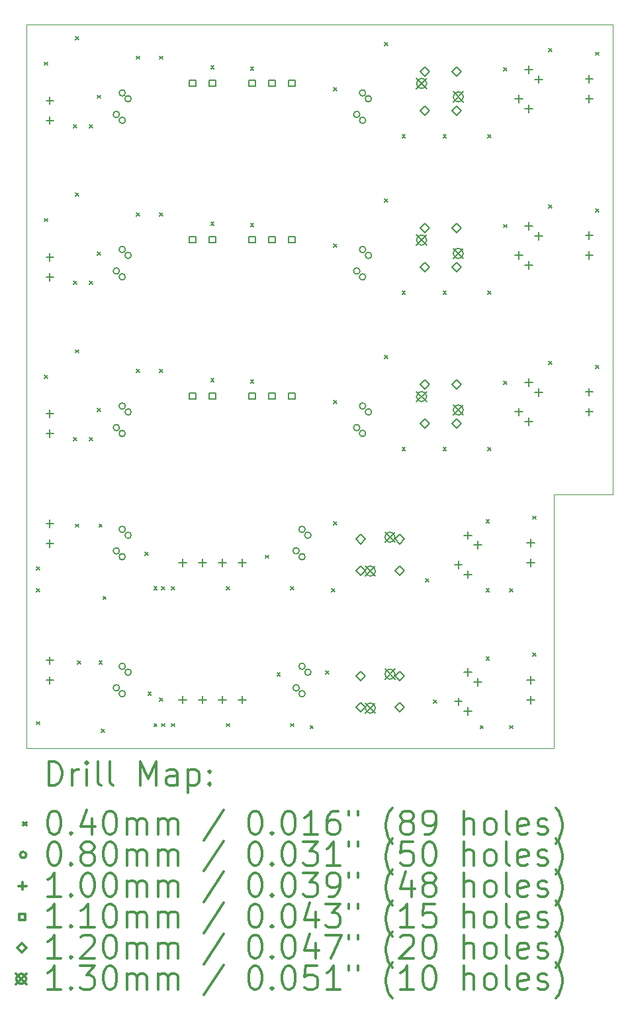
<source format=gbr>
%FSLAX45Y45*%
G04 Gerber Fmt 4.5, Leading zero omitted, Abs format (unit mm)*
G04 Created by KiCad (PCBNEW (5.1.4)-1) date 2021-09-05 23:40:44*
%MOMM*%
%LPD*%
G04 APERTURE LIST*
%ADD10C,0.050000*%
%ADD11C,0.200000*%
%ADD12C,0.300000*%
G04 APERTURE END LIST*
D10*
X15000000Y-5000000D02*
X7500000Y-5000000D01*
X15000000Y-11000000D02*
X15000000Y-5000000D01*
X14250000Y-11000000D02*
X15000000Y-11000000D01*
X14250000Y-14250000D02*
X14250000Y-11000000D01*
X7500000Y-14250000D02*
X14250000Y-14250000D01*
X7500000Y-5000000D02*
X7500000Y-14250000D01*
D11*
X7630000Y-11930000D02*
X7670000Y-11970000D01*
X7670000Y-11930000D02*
X7630000Y-11970000D01*
X7630000Y-12205000D02*
X7670000Y-12245000D01*
X7670000Y-12205000D02*
X7630000Y-12245000D01*
X7630000Y-13905000D02*
X7670000Y-13945000D01*
X7670000Y-13905000D02*
X7630000Y-13945000D01*
X7730000Y-5480000D02*
X7770000Y-5520000D01*
X7770000Y-5480000D02*
X7730000Y-5520000D01*
X7730000Y-7480000D02*
X7770000Y-7520000D01*
X7770000Y-7480000D02*
X7730000Y-7520000D01*
X7730000Y-9480000D02*
X7770000Y-9520000D01*
X7770000Y-9480000D02*
X7730000Y-9520000D01*
X8105000Y-6278750D02*
X8145000Y-6318750D01*
X8145000Y-6278750D02*
X8105000Y-6318750D01*
X8105000Y-8278750D02*
X8145000Y-8318750D01*
X8145000Y-8278750D02*
X8105000Y-8318750D01*
X8105000Y-10278750D02*
X8145000Y-10318750D01*
X8145000Y-10278750D02*
X8105000Y-10318750D01*
X8130000Y-5155000D02*
X8170000Y-5195000D01*
X8170000Y-5155000D02*
X8130000Y-5195000D01*
X8130000Y-7155000D02*
X8170000Y-7195000D01*
X8170000Y-7155000D02*
X8130000Y-7195000D01*
X8130000Y-9155000D02*
X8170000Y-9195000D01*
X8170000Y-9155000D02*
X8130000Y-9195000D01*
X8130000Y-11381250D02*
X8170000Y-11421250D01*
X8170000Y-11381250D02*
X8130000Y-11421250D01*
X8153750Y-13131250D02*
X8193750Y-13171250D01*
X8193750Y-13131250D02*
X8153750Y-13171250D01*
X8306250Y-6278750D02*
X8346250Y-6318750D01*
X8346250Y-6278750D02*
X8306250Y-6318750D01*
X8306250Y-8278750D02*
X8346250Y-8318750D01*
X8346250Y-8278750D02*
X8306250Y-8318750D01*
X8306250Y-10278750D02*
X8346250Y-10318750D01*
X8346250Y-10278750D02*
X8306250Y-10318750D01*
X8405000Y-5905000D02*
X8445000Y-5945000D01*
X8445000Y-5905000D02*
X8405000Y-5945000D01*
X8405000Y-7905000D02*
X8445000Y-7945000D01*
X8445000Y-7905000D02*
X8405000Y-7945000D01*
X8405000Y-9905000D02*
X8445000Y-9945000D01*
X8445000Y-9905000D02*
X8405000Y-9945000D01*
X8428750Y-11381250D02*
X8468750Y-11421250D01*
X8468750Y-11381250D02*
X8428750Y-11421250D01*
X8428750Y-13131250D02*
X8468750Y-13171250D01*
X8468750Y-13131250D02*
X8428750Y-13171250D01*
X8455000Y-14005000D02*
X8495000Y-14045000D01*
X8495000Y-14005000D02*
X8455000Y-14045000D01*
X8480000Y-12305000D02*
X8520000Y-12345000D01*
X8520000Y-12305000D02*
X8480000Y-12345000D01*
X8903750Y-5405000D02*
X8943750Y-5445000D01*
X8943750Y-5405000D02*
X8903750Y-5445000D01*
X8903750Y-7405000D02*
X8943750Y-7445000D01*
X8943750Y-7405000D02*
X8903750Y-7445000D01*
X8903750Y-9405000D02*
X8943750Y-9445000D01*
X8943750Y-9405000D02*
X8903750Y-9445000D01*
X9017500Y-11742500D02*
X9057500Y-11782500D01*
X9057500Y-11742500D02*
X9017500Y-11782500D01*
X9055000Y-13530000D02*
X9095000Y-13570000D01*
X9095000Y-13530000D02*
X9055000Y-13570000D01*
X9130000Y-12180000D02*
X9170000Y-12220000D01*
X9170000Y-12180000D02*
X9130000Y-12220000D01*
X9130000Y-13930000D02*
X9170000Y-13970000D01*
X9170000Y-13930000D02*
X9130000Y-13970000D01*
X9205000Y-5405000D02*
X9245000Y-5445000D01*
X9245000Y-5405000D02*
X9205000Y-5445000D01*
X9205000Y-7405000D02*
X9245000Y-7445000D01*
X9245000Y-7405000D02*
X9205000Y-7445000D01*
X9205000Y-9405000D02*
X9245000Y-9445000D01*
X9245000Y-9405000D02*
X9205000Y-9445000D01*
X9205000Y-13605000D02*
X9245000Y-13645000D01*
X9245000Y-13605000D02*
X9205000Y-13645000D01*
X9230000Y-12180000D02*
X9270000Y-12220000D01*
X9270000Y-12180000D02*
X9230000Y-12220000D01*
X9230000Y-13930000D02*
X9270000Y-13970000D01*
X9270000Y-13930000D02*
X9230000Y-13970000D01*
X9355000Y-12180000D02*
X9395000Y-12220000D01*
X9395000Y-12180000D02*
X9355000Y-12220000D01*
X9355000Y-13930000D02*
X9395000Y-13970000D01*
X9395000Y-13930000D02*
X9355000Y-13970000D01*
X9859000Y-5526000D02*
X9899000Y-5566000D01*
X9899000Y-5526000D02*
X9859000Y-5566000D01*
X9859000Y-7526000D02*
X9899000Y-7566000D01*
X9899000Y-7526000D02*
X9859000Y-7566000D01*
X9859000Y-9526000D02*
X9899000Y-9566000D01*
X9899000Y-9526000D02*
X9859000Y-9566000D01*
X10055000Y-12180000D02*
X10095000Y-12220000D01*
X10095000Y-12180000D02*
X10055000Y-12220000D01*
X10055000Y-13930000D02*
X10095000Y-13970000D01*
X10095000Y-13930000D02*
X10055000Y-13970000D01*
X10367000Y-5543000D02*
X10407000Y-5583000D01*
X10407000Y-5543000D02*
X10367000Y-5583000D01*
X10367000Y-7543000D02*
X10407000Y-7583000D01*
X10407000Y-7543000D02*
X10367000Y-7583000D01*
X10367000Y-9543000D02*
X10407000Y-9583000D01*
X10407000Y-9543000D02*
X10367000Y-9583000D01*
X10555000Y-11780000D02*
X10595000Y-11820000D01*
X10595000Y-11780000D02*
X10555000Y-11820000D01*
X10705000Y-13280000D02*
X10745000Y-13320000D01*
X10745000Y-13280000D02*
X10705000Y-13320000D01*
X10880000Y-12180000D02*
X10920000Y-12220000D01*
X10920000Y-12180000D02*
X10880000Y-12220000D01*
X10880000Y-13930000D02*
X10920000Y-13970000D01*
X10920000Y-13930000D02*
X10880000Y-13970000D01*
X11130000Y-13955000D02*
X11170000Y-13995000D01*
X11170000Y-13955000D02*
X11130000Y-13995000D01*
X11330000Y-13255000D02*
X11370000Y-13295000D01*
X11370000Y-13255000D02*
X11330000Y-13295000D01*
X11405000Y-12205000D02*
X11445000Y-12245000D01*
X11445000Y-12205000D02*
X11405000Y-12245000D01*
X11430000Y-5805000D02*
X11470000Y-5845000D01*
X11470000Y-5805000D02*
X11430000Y-5845000D01*
X11430000Y-7805000D02*
X11470000Y-7845000D01*
X11470000Y-7805000D02*
X11430000Y-7845000D01*
X11430000Y-9805000D02*
X11470000Y-9845000D01*
X11470000Y-9805000D02*
X11430000Y-9845000D01*
X11430000Y-11355000D02*
X11470000Y-11395000D01*
X11470000Y-11355000D02*
X11430000Y-11395000D01*
X12080000Y-5230000D02*
X12120000Y-5270000D01*
X12120000Y-5230000D02*
X12080000Y-5270000D01*
X12080000Y-7230000D02*
X12120000Y-7270000D01*
X12120000Y-7230000D02*
X12080000Y-7270000D01*
X12080000Y-9230000D02*
X12120000Y-9270000D01*
X12120000Y-9230000D02*
X12080000Y-9270000D01*
X12305000Y-6405000D02*
X12345000Y-6445000D01*
X12345000Y-6405000D02*
X12305000Y-6445000D01*
X12305000Y-8405000D02*
X12345000Y-8445000D01*
X12345000Y-8405000D02*
X12305000Y-8445000D01*
X12305000Y-10405000D02*
X12345000Y-10445000D01*
X12345000Y-10405000D02*
X12305000Y-10445000D01*
X12605000Y-12080000D02*
X12645000Y-12120000D01*
X12645000Y-12080000D02*
X12605000Y-12120000D01*
X12705000Y-13630000D02*
X12745000Y-13670000D01*
X12745000Y-13630000D02*
X12705000Y-13670000D01*
X12830000Y-6405000D02*
X12870000Y-6445000D01*
X12870000Y-6405000D02*
X12830000Y-6445000D01*
X12830000Y-8405000D02*
X12870000Y-8445000D01*
X12870000Y-8405000D02*
X12830000Y-8445000D01*
X12830000Y-10405000D02*
X12870000Y-10445000D01*
X12870000Y-10405000D02*
X12830000Y-10445000D01*
X13305000Y-13955000D02*
X13345000Y-13995000D01*
X13345000Y-13955000D02*
X13305000Y-13995000D01*
X13380000Y-11330000D02*
X13420000Y-11370000D01*
X13420000Y-11330000D02*
X13380000Y-11370000D01*
X13380000Y-12205000D02*
X13420000Y-12245000D01*
X13420000Y-12205000D02*
X13380000Y-12245000D01*
X13380000Y-13080000D02*
X13420000Y-13120000D01*
X13420000Y-13080000D02*
X13380000Y-13120000D01*
X13405000Y-6405000D02*
X13445000Y-6445000D01*
X13445000Y-6405000D02*
X13405000Y-6445000D01*
X13405000Y-8405000D02*
X13445000Y-8445000D01*
X13445000Y-8405000D02*
X13405000Y-8445000D01*
X13405000Y-10405000D02*
X13445000Y-10445000D01*
X13445000Y-10405000D02*
X13405000Y-10445000D01*
X13605000Y-5555000D02*
X13645000Y-5595000D01*
X13645000Y-5555000D02*
X13605000Y-5595000D01*
X13605000Y-7555000D02*
X13645000Y-7595000D01*
X13645000Y-7555000D02*
X13605000Y-7595000D01*
X13605000Y-9555000D02*
X13645000Y-9595000D01*
X13645000Y-9555000D02*
X13605000Y-9595000D01*
X13680000Y-12205000D02*
X13720000Y-12245000D01*
X13720000Y-12205000D02*
X13680000Y-12245000D01*
X13680000Y-13955000D02*
X13720000Y-13995000D01*
X13720000Y-13955000D02*
X13680000Y-13995000D01*
X13980000Y-11280000D02*
X14020000Y-11320000D01*
X14020000Y-11280000D02*
X13980000Y-11320000D01*
X13980000Y-13030000D02*
X14020000Y-13070000D01*
X14020000Y-13030000D02*
X13980000Y-13070000D01*
X14180000Y-5305000D02*
X14220000Y-5345000D01*
X14220000Y-5305000D02*
X14180000Y-5345000D01*
X14180000Y-7305000D02*
X14220000Y-7345000D01*
X14220000Y-7305000D02*
X14180000Y-7345000D01*
X14180000Y-9305000D02*
X14220000Y-9345000D01*
X14220000Y-9305000D02*
X14180000Y-9345000D01*
X14780000Y-5355000D02*
X14820000Y-5395000D01*
X14820000Y-5355000D02*
X14780000Y-5395000D01*
X14780000Y-7355000D02*
X14820000Y-7395000D01*
X14820000Y-7355000D02*
X14780000Y-7395000D01*
X14780000Y-9355000D02*
X14820000Y-9395000D01*
X14820000Y-9355000D02*
X14780000Y-9395000D01*
X10990000Y-11725000D02*
G75*
G03X10990000Y-11725000I-40000J0D01*
G01*
X11065000Y-11450000D02*
G75*
G03X11065000Y-11450000I-40000J0D01*
G01*
X11065000Y-11800000D02*
G75*
G03X11065000Y-11800000I-40000J0D01*
G01*
X11065000Y-11800000D02*
G75*
G03X11065000Y-11800000I-40000J0D01*
G01*
X11140000Y-11525000D02*
G75*
G03X11140000Y-11525000I-40000J0D01*
G01*
X8690000Y-6150000D02*
G75*
G03X8690000Y-6150000I-40000J0D01*
G01*
X8765000Y-5875000D02*
G75*
G03X8765000Y-5875000I-40000J0D01*
G01*
X8765000Y-5875000D02*
G75*
G03X8765000Y-5875000I-40000J0D01*
G01*
X8765000Y-6225000D02*
G75*
G03X8765000Y-6225000I-40000J0D01*
G01*
X8840000Y-5950000D02*
G75*
G03X8840000Y-5950000I-40000J0D01*
G01*
X10990000Y-13475000D02*
G75*
G03X10990000Y-13475000I-40000J0D01*
G01*
X11065000Y-13200000D02*
G75*
G03X11065000Y-13200000I-40000J0D01*
G01*
X11065000Y-13550000D02*
G75*
G03X11065000Y-13550000I-40000J0D01*
G01*
X11065000Y-13550000D02*
G75*
G03X11065000Y-13550000I-40000J0D01*
G01*
X11140000Y-13275000D02*
G75*
G03X11140000Y-13275000I-40000J0D01*
G01*
X8690000Y-13475000D02*
G75*
G03X8690000Y-13475000I-40000J0D01*
G01*
X8765000Y-13200000D02*
G75*
G03X8765000Y-13200000I-40000J0D01*
G01*
X8765000Y-13550000D02*
G75*
G03X8765000Y-13550000I-40000J0D01*
G01*
X8765000Y-13550000D02*
G75*
G03X8765000Y-13550000I-40000J0D01*
G01*
X8840000Y-13275000D02*
G75*
G03X8840000Y-13275000I-40000J0D01*
G01*
X8690000Y-8150000D02*
G75*
G03X8690000Y-8150000I-40000J0D01*
G01*
X8765000Y-7875000D02*
G75*
G03X8765000Y-7875000I-40000J0D01*
G01*
X8765000Y-7875000D02*
G75*
G03X8765000Y-7875000I-40000J0D01*
G01*
X8765000Y-8225000D02*
G75*
G03X8765000Y-8225000I-40000J0D01*
G01*
X8840000Y-7950000D02*
G75*
G03X8840000Y-7950000I-40000J0D01*
G01*
X11765000Y-10150000D02*
G75*
G03X11765000Y-10150000I-40000J0D01*
G01*
X11840000Y-9875000D02*
G75*
G03X11840000Y-9875000I-40000J0D01*
G01*
X11840000Y-9875000D02*
G75*
G03X11840000Y-9875000I-40000J0D01*
G01*
X11840000Y-10225000D02*
G75*
G03X11840000Y-10225000I-40000J0D01*
G01*
X11915000Y-9950000D02*
G75*
G03X11915000Y-9950000I-40000J0D01*
G01*
X8690000Y-11725000D02*
G75*
G03X8690000Y-11725000I-40000J0D01*
G01*
X8765000Y-11450000D02*
G75*
G03X8765000Y-11450000I-40000J0D01*
G01*
X8765000Y-11800000D02*
G75*
G03X8765000Y-11800000I-40000J0D01*
G01*
X8765000Y-11800000D02*
G75*
G03X8765000Y-11800000I-40000J0D01*
G01*
X8840000Y-11525000D02*
G75*
G03X8840000Y-11525000I-40000J0D01*
G01*
X11765000Y-6150000D02*
G75*
G03X11765000Y-6150000I-40000J0D01*
G01*
X11840000Y-5875000D02*
G75*
G03X11840000Y-5875000I-40000J0D01*
G01*
X11840000Y-5875000D02*
G75*
G03X11840000Y-5875000I-40000J0D01*
G01*
X11840000Y-6225000D02*
G75*
G03X11840000Y-6225000I-40000J0D01*
G01*
X11915000Y-5950000D02*
G75*
G03X11915000Y-5950000I-40000J0D01*
G01*
X11765000Y-8150000D02*
G75*
G03X11765000Y-8150000I-40000J0D01*
G01*
X11840000Y-7875000D02*
G75*
G03X11840000Y-7875000I-40000J0D01*
G01*
X11840000Y-7875000D02*
G75*
G03X11840000Y-7875000I-40000J0D01*
G01*
X11840000Y-8225000D02*
G75*
G03X11840000Y-8225000I-40000J0D01*
G01*
X11915000Y-7950000D02*
G75*
G03X11915000Y-7950000I-40000J0D01*
G01*
X8690000Y-10150000D02*
G75*
G03X8690000Y-10150000I-40000J0D01*
G01*
X8765000Y-9875000D02*
G75*
G03X8765000Y-9875000I-40000J0D01*
G01*
X8765000Y-9875000D02*
G75*
G03X8765000Y-9875000I-40000J0D01*
G01*
X8765000Y-10225000D02*
G75*
G03X8765000Y-10225000I-40000J0D01*
G01*
X8840000Y-9950000D02*
G75*
G03X8840000Y-9950000I-40000J0D01*
G01*
X9500000Y-13575000D02*
X9500000Y-13675000D01*
X9450000Y-13625000D02*
X9550000Y-13625000D01*
X9754000Y-13575000D02*
X9754000Y-13675000D01*
X9704000Y-13625000D02*
X9804000Y-13625000D01*
X10008000Y-13575000D02*
X10008000Y-13675000D01*
X9958000Y-13625000D02*
X10058000Y-13625000D01*
X10262000Y-13575000D02*
X10262000Y-13675000D01*
X10212000Y-13625000D02*
X10312000Y-13625000D01*
X13800000Y-5900000D02*
X13800000Y-6000000D01*
X13750000Y-5950000D02*
X13850000Y-5950000D01*
X13925000Y-5525000D02*
X13925000Y-5625000D01*
X13875000Y-5575000D02*
X13975000Y-5575000D01*
X13925000Y-6025000D02*
X13925000Y-6125000D01*
X13875000Y-6075000D02*
X13975000Y-6075000D01*
X14050000Y-5650000D02*
X14050000Y-5750000D01*
X14000000Y-5700000D02*
X14100000Y-5700000D01*
X14700000Y-7646000D02*
X14700000Y-7746000D01*
X14650000Y-7696000D02*
X14750000Y-7696000D01*
X14700000Y-7900000D02*
X14700000Y-8000000D01*
X14650000Y-7950000D02*
X14750000Y-7950000D01*
X13025000Y-11850000D02*
X13025000Y-11950000D01*
X12975000Y-11900000D02*
X13075000Y-11900000D01*
X13150000Y-11475000D02*
X13150000Y-11575000D01*
X13100000Y-11525000D02*
X13200000Y-11525000D01*
X13150000Y-11975000D02*
X13150000Y-12075000D01*
X13100000Y-12025000D02*
X13200000Y-12025000D01*
X13275000Y-11600000D02*
X13275000Y-11700000D01*
X13225000Y-11650000D02*
X13325000Y-11650000D01*
X13800000Y-9900000D02*
X13800000Y-10000000D01*
X13750000Y-9950000D02*
X13850000Y-9950000D01*
X13925000Y-9525000D02*
X13925000Y-9625000D01*
X13875000Y-9575000D02*
X13975000Y-9575000D01*
X13925000Y-10025000D02*
X13925000Y-10125000D01*
X13875000Y-10075000D02*
X13975000Y-10075000D01*
X14050000Y-9650000D02*
X14050000Y-9750000D01*
X14000000Y-9700000D02*
X14100000Y-9700000D01*
X13800000Y-7900000D02*
X13800000Y-8000000D01*
X13750000Y-7950000D02*
X13850000Y-7950000D01*
X13925000Y-7525000D02*
X13925000Y-7625000D01*
X13875000Y-7575000D02*
X13975000Y-7575000D01*
X13925000Y-8025000D02*
X13925000Y-8125000D01*
X13875000Y-8075000D02*
X13975000Y-8075000D01*
X14050000Y-7650000D02*
X14050000Y-7750000D01*
X14000000Y-7700000D02*
X14100000Y-7700000D01*
X9500000Y-11825000D02*
X9500000Y-11925000D01*
X9450000Y-11875000D02*
X9550000Y-11875000D01*
X9754000Y-11825000D02*
X9754000Y-11925000D01*
X9704000Y-11875000D02*
X9804000Y-11875000D01*
X10008000Y-11825000D02*
X10008000Y-11925000D01*
X9958000Y-11875000D02*
X10058000Y-11875000D01*
X10262000Y-11825000D02*
X10262000Y-11925000D01*
X10212000Y-11875000D02*
X10312000Y-11875000D01*
X13025000Y-13600000D02*
X13025000Y-13700000D01*
X12975000Y-13650000D02*
X13075000Y-13650000D01*
X13150000Y-13225000D02*
X13150000Y-13325000D01*
X13100000Y-13275000D02*
X13200000Y-13275000D01*
X13150000Y-13725000D02*
X13150000Y-13825000D01*
X13100000Y-13775000D02*
X13200000Y-13775000D01*
X13275000Y-13350000D02*
X13275000Y-13450000D01*
X13225000Y-13400000D02*
X13325000Y-13400000D01*
X13950000Y-13325000D02*
X13950000Y-13425000D01*
X13900000Y-13375000D02*
X14000000Y-13375000D01*
X13950000Y-13579000D02*
X13950000Y-13679000D01*
X13900000Y-13629000D02*
X14000000Y-13629000D01*
X7800000Y-13075000D02*
X7800000Y-13175000D01*
X7750000Y-13125000D02*
X7850000Y-13125000D01*
X7800000Y-13329000D02*
X7800000Y-13429000D01*
X7750000Y-13379000D02*
X7850000Y-13379000D01*
X7800000Y-11325000D02*
X7800000Y-11425000D01*
X7750000Y-11375000D02*
X7850000Y-11375000D01*
X7800000Y-11579000D02*
X7800000Y-11679000D01*
X7750000Y-11629000D02*
X7850000Y-11629000D01*
X7800000Y-5921000D02*
X7800000Y-6021000D01*
X7750000Y-5971000D02*
X7850000Y-5971000D01*
X7800000Y-6175000D02*
X7800000Y-6275000D01*
X7750000Y-6225000D02*
X7850000Y-6225000D01*
X13950000Y-11575000D02*
X13950000Y-11675000D01*
X13900000Y-11625000D02*
X14000000Y-11625000D01*
X13950000Y-11829000D02*
X13950000Y-11929000D01*
X13900000Y-11879000D02*
X14000000Y-11879000D01*
X7800000Y-9921000D02*
X7800000Y-10021000D01*
X7750000Y-9971000D02*
X7850000Y-9971000D01*
X7800000Y-10175000D02*
X7800000Y-10275000D01*
X7750000Y-10225000D02*
X7850000Y-10225000D01*
X14700000Y-9646000D02*
X14700000Y-9746000D01*
X14650000Y-9696000D02*
X14750000Y-9696000D01*
X14700000Y-9900000D02*
X14700000Y-10000000D01*
X14650000Y-9950000D02*
X14750000Y-9950000D01*
X14700000Y-5646000D02*
X14700000Y-5746000D01*
X14650000Y-5696000D02*
X14750000Y-5696000D01*
X14700000Y-5900000D02*
X14700000Y-6000000D01*
X14650000Y-5950000D02*
X14750000Y-5950000D01*
X7800000Y-7921000D02*
X7800000Y-8021000D01*
X7750000Y-7971000D02*
X7850000Y-7971000D01*
X7800000Y-8175000D02*
X7800000Y-8275000D01*
X7750000Y-8225000D02*
X7850000Y-8225000D01*
X9663891Y-7788891D02*
X9663891Y-7711109D01*
X9586109Y-7711109D01*
X9586109Y-7788891D01*
X9663891Y-7788891D01*
X9917891Y-7788891D02*
X9917891Y-7711109D01*
X9840109Y-7711109D01*
X9840109Y-7788891D01*
X9917891Y-7788891D01*
X10425891Y-7788891D02*
X10425891Y-7711109D01*
X10348109Y-7711109D01*
X10348109Y-7788891D01*
X10425891Y-7788891D01*
X10679891Y-7788891D02*
X10679891Y-7711109D01*
X10602109Y-7711109D01*
X10602109Y-7788891D01*
X10679891Y-7788891D01*
X10933891Y-7788891D02*
X10933891Y-7711109D01*
X10856109Y-7711109D01*
X10856109Y-7788891D01*
X10933891Y-7788891D01*
X9663891Y-5788891D02*
X9663891Y-5711109D01*
X9586109Y-5711109D01*
X9586109Y-5788891D01*
X9663891Y-5788891D01*
X9917891Y-5788891D02*
X9917891Y-5711109D01*
X9840109Y-5711109D01*
X9840109Y-5788891D01*
X9917891Y-5788891D01*
X10425891Y-5788891D02*
X10425891Y-5711109D01*
X10348109Y-5711109D01*
X10348109Y-5788891D01*
X10425891Y-5788891D01*
X10679891Y-5788891D02*
X10679891Y-5711109D01*
X10602109Y-5711109D01*
X10602109Y-5788891D01*
X10679891Y-5788891D01*
X10933891Y-5788891D02*
X10933891Y-5711109D01*
X10856109Y-5711109D01*
X10856109Y-5788891D01*
X10933891Y-5788891D01*
X9663891Y-9788891D02*
X9663891Y-9711109D01*
X9586109Y-9711109D01*
X9586109Y-9788891D01*
X9663891Y-9788891D01*
X9917891Y-9788891D02*
X9917891Y-9711109D01*
X9840109Y-9711109D01*
X9840109Y-9788891D01*
X9917891Y-9788891D01*
X10425891Y-9788891D02*
X10425891Y-9711109D01*
X10348109Y-9711109D01*
X10348109Y-9788891D01*
X10425891Y-9788891D01*
X10679891Y-9788891D02*
X10679891Y-9711109D01*
X10602109Y-9711109D01*
X10602109Y-9788891D01*
X10679891Y-9788891D01*
X10933891Y-9788891D02*
X10933891Y-9711109D01*
X10856109Y-9711109D01*
X10856109Y-9788891D01*
X10933891Y-9788891D01*
X11775000Y-13385000D02*
X11835000Y-13325000D01*
X11775000Y-13265000D01*
X11715000Y-13325000D01*
X11775000Y-13385000D01*
X11775000Y-13785000D02*
X11835000Y-13725000D01*
X11775000Y-13665000D01*
X11715000Y-13725000D01*
X11775000Y-13785000D01*
X12275000Y-13385000D02*
X12335000Y-13325000D01*
X12275000Y-13265000D01*
X12215000Y-13325000D01*
X12275000Y-13385000D01*
X12275000Y-13785000D02*
X12335000Y-13725000D01*
X12275000Y-13665000D01*
X12215000Y-13725000D01*
X12275000Y-13785000D01*
X12600000Y-5660000D02*
X12660000Y-5600000D01*
X12600000Y-5540000D01*
X12540000Y-5600000D01*
X12600000Y-5660000D01*
X12600000Y-6160000D02*
X12660000Y-6100000D01*
X12600000Y-6040000D01*
X12540000Y-6100000D01*
X12600000Y-6160000D01*
X13000000Y-5660000D02*
X13060000Y-5600000D01*
X13000000Y-5540000D01*
X12940000Y-5600000D01*
X13000000Y-5660000D01*
X13000000Y-6160000D02*
X13060000Y-6100000D01*
X13000000Y-6040000D01*
X12940000Y-6100000D01*
X13000000Y-6160000D01*
X11775000Y-11635000D02*
X11835000Y-11575000D01*
X11775000Y-11515000D01*
X11715000Y-11575000D01*
X11775000Y-11635000D01*
X11775000Y-12035000D02*
X11835000Y-11975000D01*
X11775000Y-11915000D01*
X11715000Y-11975000D01*
X11775000Y-12035000D01*
X12275000Y-11635000D02*
X12335000Y-11575000D01*
X12275000Y-11515000D01*
X12215000Y-11575000D01*
X12275000Y-11635000D01*
X12275000Y-12035000D02*
X12335000Y-11975000D01*
X12275000Y-11915000D01*
X12215000Y-11975000D01*
X12275000Y-12035000D01*
X12600000Y-9660000D02*
X12660000Y-9600000D01*
X12600000Y-9540000D01*
X12540000Y-9600000D01*
X12600000Y-9660000D01*
X12600000Y-10160000D02*
X12660000Y-10100000D01*
X12600000Y-10040000D01*
X12540000Y-10100000D01*
X12600000Y-10160000D01*
X13000000Y-9660000D02*
X13060000Y-9600000D01*
X13000000Y-9540000D01*
X12940000Y-9600000D01*
X13000000Y-9660000D01*
X13000000Y-10160000D02*
X13060000Y-10100000D01*
X13000000Y-10040000D01*
X12940000Y-10100000D01*
X13000000Y-10160000D01*
X12600000Y-7660000D02*
X12660000Y-7600000D01*
X12600000Y-7540000D01*
X12540000Y-7600000D01*
X12600000Y-7660000D01*
X12600000Y-8160000D02*
X12660000Y-8100000D01*
X12600000Y-8040000D01*
X12540000Y-8100000D01*
X12600000Y-8160000D01*
X13000000Y-7660000D02*
X13060000Y-7600000D01*
X13000000Y-7540000D01*
X12940000Y-7600000D01*
X13000000Y-7660000D01*
X13000000Y-8160000D02*
X13060000Y-8100000D01*
X13000000Y-8040000D01*
X12940000Y-8100000D01*
X13000000Y-8160000D01*
X11835000Y-11918013D02*
X11965000Y-12048013D01*
X11965000Y-11918013D02*
X11835000Y-12048013D01*
X11965000Y-11983013D02*
G75*
G03X11965000Y-11983013I-65000J0D01*
G01*
X12085000Y-11485000D02*
X12215000Y-11615000D01*
X12215000Y-11485000D02*
X12085000Y-11615000D01*
X12215000Y-11550000D02*
G75*
G03X12215000Y-11550000I-65000J0D01*
G01*
X12490154Y-5688990D02*
X12620154Y-5818990D01*
X12620154Y-5688990D02*
X12490154Y-5818990D01*
X12620154Y-5753990D02*
G75*
G03X12620154Y-5753990I-65000J0D01*
G01*
X12960000Y-5860000D02*
X13090000Y-5990000D01*
X13090000Y-5860000D02*
X12960000Y-5990000D01*
X13090000Y-5925000D02*
G75*
G03X13090000Y-5925000I-65000J0D01*
G01*
X11835000Y-13668013D02*
X11965000Y-13798013D01*
X11965000Y-13668013D02*
X11835000Y-13798013D01*
X11965000Y-13733013D02*
G75*
G03X11965000Y-13733013I-65000J0D01*
G01*
X12085000Y-13235000D02*
X12215000Y-13365000D01*
X12215000Y-13235000D02*
X12085000Y-13365000D01*
X12215000Y-13300000D02*
G75*
G03X12215000Y-13300000I-65000J0D01*
G01*
X12490154Y-7688990D02*
X12620154Y-7818990D01*
X12620154Y-7688990D02*
X12490154Y-7818990D01*
X12620154Y-7753990D02*
G75*
G03X12620154Y-7753990I-65000J0D01*
G01*
X12960000Y-7860000D02*
X13090000Y-7990000D01*
X13090000Y-7860000D02*
X12960000Y-7990000D01*
X13090000Y-7925000D02*
G75*
G03X13090000Y-7925000I-65000J0D01*
G01*
X12490154Y-9688990D02*
X12620154Y-9818990D01*
X12620154Y-9688990D02*
X12490154Y-9818990D01*
X12620154Y-9753990D02*
G75*
G03X12620154Y-9753990I-65000J0D01*
G01*
X12960000Y-9860000D02*
X13090000Y-9990000D01*
X13090000Y-9860000D02*
X12960000Y-9990000D01*
X13090000Y-9925000D02*
G75*
G03X13090000Y-9925000I-65000J0D01*
G01*
D12*
X7783928Y-14718214D02*
X7783928Y-14418214D01*
X7855357Y-14418214D01*
X7898214Y-14432500D01*
X7926786Y-14461071D01*
X7941071Y-14489643D01*
X7955357Y-14546786D01*
X7955357Y-14589643D01*
X7941071Y-14646786D01*
X7926786Y-14675357D01*
X7898214Y-14703929D01*
X7855357Y-14718214D01*
X7783928Y-14718214D01*
X8083928Y-14718214D02*
X8083928Y-14518214D01*
X8083928Y-14575357D02*
X8098214Y-14546786D01*
X8112500Y-14532500D01*
X8141071Y-14518214D01*
X8169643Y-14518214D01*
X8269643Y-14718214D02*
X8269643Y-14518214D01*
X8269643Y-14418214D02*
X8255357Y-14432500D01*
X8269643Y-14446786D01*
X8283928Y-14432500D01*
X8269643Y-14418214D01*
X8269643Y-14446786D01*
X8455357Y-14718214D02*
X8426786Y-14703929D01*
X8412500Y-14675357D01*
X8412500Y-14418214D01*
X8612500Y-14718214D02*
X8583928Y-14703929D01*
X8569643Y-14675357D01*
X8569643Y-14418214D01*
X8955357Y-14718214D02*
X8955357Y-14418214D01*
X9055357Y-14632500D01*
X9155357Y-14418214D01*
X9155357Y-14718214D01*
X9426786Y-14718214D02*
X9426786Y-14561071D01*
X9412500Y-14532500D01*
X9383928Y-14518214D01*
X9326786Y-14518214D01*
X9298214Y-14532500D01*
X9426786Y-14703929D02*
X9398214Y-14718214D01*
X9326786Y-14718214D01*
X9298214Y-14703929D01*
X9283928Y-14675357D01*
X9283928Y-14646786D01*
X9298214Y-14618214D01*
X9326786Y-14603929D01*
X9398214Y-14603929D01*
X9426786Y-14589643D01*
X9569643Y-14518214D02*
X9569643Y-14818214D01*
X9569643Y-14532500D02*
X9598214Y-14518214D01*
X9655357Y-14518214D01*
X9683928Y-14532500D01*
X9698214Y-14546786D01*
X9712500Y-14575357D01*
X9712500Y-14661071D01*
X9698214Y-14689643D01*
X9683928Y-14703929D01*
X9655357Y-14718214D01*
X9598214Y-14718214D01*
X9569643Y-14703929D01*
X9841071Y-14689643D02*
X9855357Y-14703929D01*
X9841071Y-14718214D01*
X9826786Y-14703929D01*
X9841071Y-14689643D01*
X9841071Y-14718214D01*
X9841071Y-14532500D02*
X9855357Y-14546786D01*
X9841071Y-14561071D01*
X9826786Y-14546786D01*
X9841071Y-14532500D01*
X9841071Y-14561071D01*
X7457500Y-15192500D02*
X7497500Y-15232500D01*
X7497500Y-15192500D02*
X7457500Y-15232500D01*
X7841071Y-15048214D02*
X7869643Y-15048214D01*
X7898214Y-15062500D01*
X7912500Y-15076786D01*
X7926786Y-15105357D01*
X7941071Y-15162500D01*
X7941071Y-15233929D01*
X7926786Y-15291071D01*
X7912500Y-15319643D01*
X7898214Y-15333929D01*
X7869643Y-15348214D01*
X7841071Y-15348214D01*
X7812500Y-15333929D01*
X7798214Y-15319643D01*
X7783928Y-15291071D01*
X7769643Y-15233929D01*
X7769643Y-15162500D01*
X7783928Y-15105357D01*
X7798214Y-15076786D01*
X7812500Y-15062500D01*
X7841071Y-15048214D01*
X8069643Y-15319643D02*
X8083928Y-15333929D01*
X8069643Y-15348214D01*
X8055357Y-15333929D01*
X8069643Y-15319643D01*
X8069643Y-15348214D01*
X8341071Y-15148214D02*
X8341071Y-15348214D01*
X8269643Y-15033929D02*
X8198214Y-15248214D01*
X8383928Y-15248214D01*
X8555357Y-15048214D02*
X8583928Y-15048214D01*
X8612500Y-15062500D01*
X8626786Y-15076786D01*
X8641071Y-15105357D01*
X8655357Y-15162500D01*
X8655357Y-15233929D01*
X8641071Y-15291071D01*
X8626786Y-15319643D01*
X8612500Y-15333929D01*
X8583928Y-15348214D01*
X8555357Y-15348214D01*
X8526786Y-15333929D01*
X8512500Y-15319643D01*
X8498214Y-15291071D01*
X8483928Y-15233929D01*
X8483928Y-15162500D01*
X8498214Y-15105357D01*
X8512500Y-15076786D01*
X8526786Y-15062500D01*
X8555357Y-15048214D01*
X8783928Y-15348214D02*
X8783928Y-15148214D01*
X8783928Y-15176786D02*
X8798214Y-15162500D01*
X8826786Y-15148214D01*
X8869643Y-15148214D01*
X8898214Y-15162500D01*
X8912500Y-15191071D01*
X8912500Y-15348214D01*
X8912500Y-15191071D02*
X8926786Y-15162500D01*
X8955357Y-15148214D01*
X8998214Y-15148214D01*
X9026786Y-15162500D01*
X9041071Y-15191071D01*
X9041071Y-15348214D01*
X9183928Y-15348214D02*
X9183928Y-15148214D01*
X9183928Y-15176786D02*
X9198214Y-15162500D01*
X9226786Y-15148214D01*
X9269643Y-15148214D01*
X9298214Y-15162500D01*
X9312500Y-15191071D01*
X9312500Y-15348214D01*
X9312500Y-15191071D02*
X9326786Y-15162500D01*
X9355357Y-15148214D01*
X9398214Y-15148214D01*
X9426786Y-15162500D01*
X9441071Y-15191071D01*
X9441071Y-15348214D01*
X10026786Y-15033929D02*
X9769643Y-15419643D01*
X10412500Y-15048214D02*
X10441071Y-15048214D01*
X10469643Y-15062500D01*
X10483928Y-15076786D01*
X10498214Y-15105357D01*
X10512500Y-15162500D01*
X10512500Y-15233929D01*
X10498214Y-15291071D01*
X10483928Y-15319643D01*
X10469643Y-15333929D01*
X10441071Y-15348214D01*
X10412500Y-15348214D01*
X10383928Y-15333929D01*
X10369643Y-15319643D01*
X10355357Y-15291071D01*
X10341071Y-15233929D01*
X10341071Y-15162500D01*
X10355357Y-15105357D01*
X10369643Y-15076786D01*
X10383928Y-15062500D01*
X10412500Y-15048214D01*
X10641071Y-15319643D02*
X10655357Y-15333929D01*
X10641071Y-15348214D01*
X10626786Y-15333929D01*
X10641071Y-15319643D01*
X10641071Y-15348214D01*
X10841071Y-15048214D02*
X10869643Y-15048214D01*
X10898214Y-15062500D01*
X10912500Y-15076786D01*
X10926786Y-15105357D01*
X10941071Y-15162500D01*
X10941071Y-15233929D01*
X10926786Y-15291071D01*
X10912500Y-15319643D01*
X10898214Y-15333929D01*
X10869643Y-15348214D01*
X10841071Y-15348214D01*
X10812500Y-15333929D01*
X10798214Y-15319643D01*
X10783928Y-15291071D01*
X10769643Y-15233929D01*
X10769643Y-15162500D01*
X10783928Y-15105357D01*
X10798214Y-15076786D01*
X10812500Y-15062500D01*
X10841071Y-15048214D01*
X11226786Y-15348214D02*
X11055357Y-15348214D01*
X11141071Y-15348214D02*
X11141071Y-15048214D01*
X11112500Y-15091071D01*
X11083928Y-15119643D01*
X11055357Y-15133929D01*
X11483928Y-15048214D02*
X11426786Y-15048214D01*
X11398214Y-15062500D01*
X11383928Y-15076786D01*
X11355357Y-15119643D01*
X11341071Y-15176786D01*
X11341071Y-15291071D01*
X11355357Y-15319643D01*
X11369643Y-15333929D01*
X11398214Y-15348214D01*
X11455357Y-15348214D01*
X11483928Y-15333929D01*
X11498214Y-15319643D01*
X11512500Y-15291071D01*
X11512500Y-15219643D01*
X11498214Y-15191071D01*
X11483928Y-15176786D01*
X11455357Y-15162500D01*
X11398214Y-15162500D01*
X11369643Y-15176786D01*
X11355357Y-15191071D01*
X11341071Y-15219643D01*
X11626786Y-15048214D02*
X11626786Y-15105357D01*
X11741071Y-15048214D02*
X11741071Y-15105357D01*
X12183928Y-15462500D02*
X12169643Y-15448214D01*
X12141071Y-15405357D01*
X12126786Y-15376786D01*
X12112500Y-15333929D01*
X12098214Y-15262500D01*
X12098214Y-15205357D01*
X12112500Y-15133929D01*
X12126786Y-15091071D01*
X12141071Y-15062500D01*
X12169643Y-15019643D01*
X12183928Y-15005357D01*
X12341071Y-15176786D02*
X12312500Y-15162500D01*
X12298214Y-15148214D01*
X12283928Y-15119643D01*
X12283928Y-15105357D01*
X12298214Y-15076786D01*
X12312500Y-15062500D01*
X12341071Y-15048214D01*
X12398214Y-15048214D01*
X12426786Y-15062500D01*
X12441071Y-15076786D01*
X12455357Y-15105357D01*
X12455357Y-15119643D01*
X12441071Y-15148214D01*
X12426786Y-15162500D01*
X12398214Y-15176786D01*
X12341071Y-15176786D01*
X12312500Y-15191071D01*
X12298214Y-15205357D01*
X12283928Y-15233929D01*
X12283928Y-15291071D01*
X12298214Y-15319643D01*
X12312500Y-15333929D01*
X12341071Y-15348214D01*
X12398214Y-15348214D01*
X12426786Y-15333929D01*
X12441071Y-15319643D01*
X12455357Y-15291071D01*
X12455357Y-15233929D01*
X12441071Y-15205357D01*
X12426786Y-15191071D01*
X12398214Y-15176786D01*
X12598214Y-15348214D02*
X12655357Y-15348214D01*
X12683928Y-15333929D01*
X12698214Y-15319643D01*
X12726786Y-15276786D01*
X12741071Y-15219643D01*
X12741071Y-15105357D01*
X12726786Y-15076786D01*
X12712500Y-15062500D01*
X12683928Y-15048214D01*
X12626786Y-15048214D01*
X12598214Y-15062500D01*
X12583928Y-15076786D01*
X12569643Y-15105357D01*
X12569643Y-15176786D01*
X12583928Y-15205357D01*
X12598214Y-15219643D01*
X12626786Y-15233929D01*
X12683928Y-15233929D01*
X12712500Y-15219643D01*
X12726786Y-15205357D01*
X12741071Y-15176786D01*
X13098214Y-15348214D02*
X13098214Y-15048214D01*
X13226786Y-15348214D02*
X13226786Y-15191071D01*
X13212500Y-15162500D01*
X13183928Y-15148214D01*
X13141071Y-15148214D01*
X13112500Y-15162500D01*
X13098214Y-15176786D01*
X13412500Y-15348214D02*
X13383928Y-15333929D01*
X13369643Y-15319643D01*
X13355357Y-15291071D01*
X13355357Y-15205357D01*
X13369643Y-15176786D01*
X13383928Y-15162500D01*
X13412500Y-15148214D01*
X13455357Y-15148214D01*
X13483928Y-15162500D01*
X13498214Y-15176786D01*
X13512500Y-15205357D01*
X13512500Y-15291071D01*
X13498214Y-15319643D01*
X13483928Y-15333929D01*
X13455357Y-15348214D01*
X13412500Y-15348214D01*
X13683928Y-15348214D02*
X13655357Y-15333929D01*
X13641071Y-15305357D01*
X13641071Y-15048214D01*
X13912500Y-15333929D02*
X13883928Y-15348214D01*
X13826786Y-15348214D01*
X13798214Y-15333929D01*
X13783928Y-15305357D01*
X13783928Y-15191071D01*
X13798214Y-15162500D01*
X13826786Y-15148214D01*
X13883928Y-15148214D01*
X13912500Y-15162500D01*
X13926786Y-15191071D01*
X13926786Y-15219643D01*
X13783928Y-15248214D01*
X14041071Y-15333929D02*
X14069643Y-15348214D01*
X14126786Y-15348214D01*
X14155357Y-15333929D01*
X14169643Y-15305357D01*
X14169643Y-15291071D01*
X14155357Y-15262500D01*
X14126786Y-15248214D01*
X14083928Y-15248214D01*
X14055357Y-15233929D01*
X14041071Y-15205357D01*
X14041071Y-15191071D01*
X14055357Y-15162500D01*
X14083928Y-15148214D01*
X14126786Y-15148214D01*
X14155357Y-15162500D01*
X14269643Y-15462500D02*
X14283928Y-15448214D01*
X14312500Y-15405357D01*
X14326786Y-15376786D01*
X14341071Y-15333929D01*
X14355357Y-15262500D01*
X14355357Y-15205357D01*
X14341071Y-15133929D01*
X14326786Y-15091071D01*
X14312500Y-15062500D01*
X14283928Y-15019643D01*
X14269643Y-15005357D01*
X7497500Y-15608500D02*
G75*
G03X7497500Y-15608500I-40000J0D01*
G01*
X7841071Y-15444214D02*
X7869643Y-15444214D01*
X7898214Y-15458500D01*
X7912500Y-15472786D01*
X7926786Y-15501357D01*
X7941071Y-15558500D01*
X7941071Y-15629929D01*
X7926786Y-15687071D01*
X7912500Y-15715643D01*
X7898214Y-15729929D01*
X7869643Y-15744214D01*
X7841071Y-15744214D01*
X7812500Y-15729929D01*
X7798214Y-15715643D01*
X7783928Y-15687071D01*
X7769643Y-15629929D01*
X7769643Y-15558500D01*
X7783928Y-15501357D01*
X7798214Y-15472786D01*
X7812500Y-15458500D01*
X7841071Y-15444214D01*
X8069643Y-15715643D02*
X8083928Y-15729929D01*
X8069643Y-15744214D01*
X8055357Y-15729929D01*
X8069643Y-15715643D01*
X8069643Y-15744214D01*
X8255357Y-15572786D02*
X8226786Y-15558500D01*
X8212500Y-15544214D01*
X8198214Y-15515643D01*
X8198214Y-15501357D01*
X8212500Y-15472786D01*
X8226786Y-15458500D01*
X8255357Y-15444214D01*
X8312500Y-15444214D01*
X8341071Y-15458500D01*
X8355357Y-15472786D01*
X8369643Y-15501357D01*
X8369643Y-15515643D01*
X8355357Y-15544214D01*
X8341071Y-15558500D01*
X8312500Y-15572786D01*
X8255357Y-15572786D01*
X8226786Y-15587071D01*
X8212500Y-15601357D01*
X8198214Y-15629929D01*
X8198214Y-15687071D01*
X8212500Y-15715643D01*
X8226786Y-15729929D01*
X8255357Y-15744214D01*
X8312500Y-15744214D01*
X8341071Y-15729929D01*
X8355357Y-15715643D01*
X8369643Y-15687071D01*
X8369643Y-15629929D01*
X8355357Y-15601357D01*
X8341071Y-15587071D01*
X8312500Y-15572786D01*
X8555357Y-15444214D02*
X8583928Y-15444214D01*
X8612500Y-15458500D01*
X8626786Y-15472786D01*
X8641071Y-15501357D01*
X8655357Y-15558500D01*
X8655357Y-15629929D01*
X8641071Y-15687071D01*
X8626786Y-15715643D01*
X8612500Y-15729929D01*
X8583928Y-15744214D01*
X8555357Y-15744214D01*
X8526786Y-15729929D01*
X8512500Y-15715643D01*
X8498214Y-15687071D01*
X8483928Y-15629929D01*
X8483928Y-15558500D01*
X8498214Y-15501357D01*
X8512500Y-15472786D01*
X8526786Y-15458500D01*
X8555357Y-15444214D01*
X8783928Y-15744214D02*
X8783928Y-15544214D01*
X8783928Y-15572786D02*
X8798214Y-15558500D01*
X8826786Y-15544214D01*
X8869643Y-15544214D01*
X8898214Y-15558500D01*
X8912500Y-15587071D01*
X8912500Y-15744214D01*
X8912500Y-15587071D02*
X8926786Y-15558500D01*
X8955357Y-15544214D01*
X8998214Y-15544214D01*
X9026786Y-15558500D01*
X9041071Y-15587071D01*
X9041071Y-15744214D01*
X9183928Y-15744214D02*
X9183928Y-15544214D01*
X9183928Y-15572786D02*
X9198214Y-15558500D01*
X9226786Y-15544214D01*
X9269643Y-15544214D01*
X9298214Y-15558500D01*
X9312500Y-15587071D01*
X9312500Y-15744214D01*
X9312500Y-15587071D02*
X9326786Y-15558500D01*
X9355357Y-15544214D01*
X9398214Y-15544214D01*
X9426786Y-15558500D01*
X9441071Y-15587071D01*
X9441071Y-15744214D01*
X10026786Y-15429929D02*
X9769643Y-15815643D01*
X10412500Y-15444214D02*
X10441071Y-15444214D01*
X10469643Y-15458500D01*
X10483928Y-15472786D01*
X10498214Y-15501357D01*
X10512500Y-15558500D01*
X10512500Y-15629929D01*
X10498214Y-15687071D01*
X10483928Y-15715643D01*
X10469643Y-15729929D01*
X10441071Y-15744214D01*
X10412500Y-15744214D01*
X10383928Y-15729929D01*
X10369643Y-15715643D01*
X10355357Y-15687071D01*
X10341071Y-15629929D01*
X10341071Y-15558500D01*
X10355357Y-15501357D01*
X10369643Y-15472786D01*
X10383928Y-15458500D01*
X10412500Y-15444214D01*
X10641071Y-15715643D02*
X10655357Y-15729929D01*
X10641071Y-15744214D01*
X10626786Y-15729929D01*
X10641071Y-15715643D01*
X10641071Y-15744214D01*
X10841071Y-15444214D02*
X10869643Y-15444214D01*
X10898214Y-15458500D01*
X10912500Y-15472786D01*
X10926786Y-15501357D01*
X10941071Y-15558500D01*
X10941071Y-15629929D01*
X10926786Y-15687071D01*
X10912500Y-15715643D01*
X10898214Y-15729929D01*
X10869643Y-15744214D01*
X10841071Y-15744214D01*
X10812500Y-15729929D01*
X10798214Y-15715643D01*
X10783928Y-15687071D01*
X10769643Y-15629929D01*
X10769643Y-15558500D01*
X10783928Y-15501357D01*
X10798214Y-15472786D01*
X10812500Y-15458500D01*
X10841071Y-15444214D01*
X11041071Y-15444214D02*
X11226786Y-15444214D01*
X11126786Y-15558500D01*
X11169643Y-15558500D01*
X11198214Y-15572786D01*
X11212500Y-15587071D01*
X11226786Y-15615643D01*
X11226786Y-15687071D01*
X11212500Y-15715643D01*
X11198214Y-15729929D01*
X11169643Y-15744214D01*
X11083928Y-15744214D01*
X11055357Y-15729929D01*
X11041071Y-15715643D01*
X11512500Y-15744214D02*
X11341071Y-15744214D01*
X11426786Y-15744214D02*
X11426786Y-15444214D01*
X11398214Y-15487071D01*
X11369643Y-15515643D01*
X11341071Y-15529929D01*
X11626786Y-15444214D02*
X11626786Y-15501357D01*
X11741071Y-15444214D02*
X11741071Y-15501357D01*
X12183928Y-15858500D02*
X12169643Y-15844214D01*
X12141071Y-15801357D01*
X12126786Y-15772786D01*
X12112500Y-15729929D01*
X12098214Y-15658500D01*
X12098214Y-15601357D01*
X12112500Y-15529929D01*
X12126786Y-15487071D01*
X12141071Y-15458500D01*
X12169643Y-15415643D01*
X12183928Y-15401357D01*
X12441071Y-15444214D02*
X12298214Y-15444214D01*
X12283928Y-15587071D01*
X12298214Y-15572786D01*
X12326786Y-15558500D01*
X12398214Y-15558500D01*
X12426786Y-15572786D01*
X12441071Y-15587071D01*
X12455357Y-15615643D01*
X12455357Y-15687071D01*
X12441071Y-15715643D01*
X12426786Y-15729929D01*
X12398214Y-15744214D01*
X12326786Y-15744214D01*
X12298214Y-15729929D01*
X12283928Y-15715643D01*
X12641071Y-15444214D02*
X12669643Y-15444214D01*
X12698214Y-15458500D01*
X12712500Y-15472786D01*
X12726786Y-15501357D01*
X12741071Y-15558500D01*
X12741071Y-15629929D01*
X12726786Y-15687071D01*
X12712500Y-15715643D01*
X12698214Y-15729929D01*
X12669643Y-15744214D01*
X12641071Y-15744214D01*
X12612500Y-15729929D01*
X12598214Y-15715643D01*
X12583928Y-15687071D01*
X12569643Y-15629929D01*
X12569643Y-15558500D01*
X12583928Y-15501357D01*
X12598214Y-15472786D01*
X12612500Y-15458500D01*
X12641071Y-15444214D01*
X13098214Y-15744214D02*
X13098214Y-15444214D01*
X13226786Y-15744214D02*
X13226786Y-15587071D01*
X13212500Y-15558500D01*
X13183928Y-15544214D01*
X13141071Y-15544214D01*
X13112500Y-15558500D01*
X13098214Y-15572786D01*
X13412500Y-15744214D02*
X13383928Y-15729929D01*
X13369643Y-15715643D01*
X13355357Y-15687071D01*
X13355357Y-15601357D01*
X13369643Y-15572786D01*
X13383928Y-15558500D01*
X13412500Y-15544214D01*
X13455357Y-15544214D01*
X13483928Y-15558500D01*
X13498214Y-15572786D01*
X13512500Y-15601357D01*
X13512500Y-15687071D01*
X13498214Y-15715643D01*
X13483928Y-15729929D01*
X13455357Y-15744214D01*
X13412500Y-15744214D01*
X13683928Y-15744214D02*
X13655357Y-15729929D01*
X13641071Y-15701357D01*
X13641071Y-15444214D01*
X13912500Y-15729929D02*
X13883928Y-15744214D01*
X13826786Y-15744214D01*
X13798214Y-15729929D01*
X13783928Y-15701357D01*
X13783928Y-15587071D01*
X13798214Y-15558500D01*
X13826786Y-15544214D01*
X13883928Y-15544214D01*
X13912500Y-15558500D01*
X13926786Y-15587071D01*
X13926786Y-15615643D01*
X13783928Y-15644214D01*
X14041071Y-15729929D02*
X14069643Y-15744214D01*
X14126786Y-15744214D01*
X14155357Y-15729929D01*
X14169643Y-15701357D01*
X14169643Y-15687071D01*
X14155357Y-15658500D01*
X14126786Y-15644214D01*
X14083928Y-15644214D01*
X14055357Y-15629929D01*
X14041071Y-15601357D01*
X14041071Y-15587071D01*
X14055357Y-15558500D01*
X14083928Y-15544214D01*
X14126786Y-15544214D01*
X14155357Y-15558500D01*
X14269643Y-15858500D02*
X14283928Y-15844214D01*
X14312500Y-15801357D01*
X14326786Y-15772786D01*
X14341071Y-15729929D01*
X14355357Y-15658500D01*
X14355357Y-15601357D01*
X14341071Y-15529929D01*
X14326786Y-15487071D01*
X14312500Y-15458500D01*
X14283928Y-15415643D01*
X14269643Y-15401357D01*
X7447500Y-15954500D02*
X7447500Y-16054500D01*
X7397500Y-16004500D02*
X7497500Y-16004500D01*
X7941071Y-16140214D02*
X7769643Y-16140214D01*
X7855357Y-16140214D02*
X7855357Y-15840214D01*
X7826786Y-15883071D01*
X7798214Y-15911643D01*
X7769643Y-15925929D01*
X8069643Y-16111643D02*
X8083928Y-16125929D01*
X8069643Y-16140214D01*
X8055357Y-16125929D01*
X8069643Y-16111643D01*
X8069643Y-16140214D01*
X8269643Y-15840214D02*
X8298214Y-15840214D01*
X8326786Y-15854500D01*
X8341071Y-15868786D01*
X8355357Y-15897357D01*
X8369643Y-15954500D01*
X8369643Y-16025929D01*
X8355357Y-16083071D01*
X8341071Y-16111643D01*
X8326786Y-16125929D01*
X8298214Y-16140214D01*
X8269643Y-16140214D01*
X8241071Y-16125929D01*
X8226786Y-16111643D01*
X8212500Y-16083071D01*
X8198214Y-16025929D01*
X8198214Y-15954500D01*
X8212500Y-15897357D01*
X8226786Y-15868786D01*
X8241071Y-15854500D01*
X8269643Y-15840214D01*
X8555357Y-15840214D02*
X8583928Y-15840214D01*
X8612500Y-15854500D01*
X8626786Y-15868786D01*
X8641071Y-15897357D01*
X8655357Y-15954500D01*
X8655357Y-16025929D01*
X8641071Y-16083071D01*
X8626786Y-16111643D01*
X8612500Y-16125929D01*
X8583928Y-16140214D01*
X8555357Y-16140214D01*
X8526786Y-16125929D01*
X8512500Y-16111643D01*
X8498214Y-16083071D01*
X8483928Y-16025929D01*
X8483928Y-15954500D01*
X8498214Y-15897357D01*
X8512500Y-15868786D01*
X8526786Y-15854500D01*
X8555357Y-15840214D01*
X8783928Y-16140214D02*
X8783928Y-15940214D01*
X8783928Y-15968786D02*
X8798214Y-15954500D01*
X8826786Y-15940214D01*
X8869643Y-15940214D01*
X8898214Y-15954500D01*
X8912500Y-15983071D01*
X8912500Y-16140214D01*
X8912500Y-15983071D02*
X8926786Y-15954500D01*
X8955357Y-15940214D01*
X8998214Y-15940214D01*
X9026786Y-15954500D01*
X9041071Y-15983071D01*
X9041071Y-16140214D01*
X9183928Y-16140214D02*
X9183928Y-15940214D01*
X9183928Y-15968786D02*
X9198214Y-15954500D01*
X9226786Y-15940214D01*
X9269643Y-15940214D01*
X9298214Y-15954500D01*
X9312500Y-15983071D01*
X9312500Y-16140214D01*
X9312500Y-15983071D02*
X9326786Y-15954500D01*
X9355357Y-15940214D01*
X9398214Y-15940214D01*
X9426786Y-15954500D01*
X9441071Y-15983071D01*
X9441071Y-16140214D01*
X10026786Y-15825929D02*
X9769643Y-16211643D01*
X10412500Y-15840214D02*
X10441071Y-15840214D01*
X10469643Y-15854500D01*
X10483928Y-15868786D01*
X10498214Y-15897357D01*
X10512500Y-15954500D01*
X10512500Y-16025929D01*
X10498214Y-16083071D01*
X10483928Y-16111643D01*
X10469643Y-16125929D01*
X10441071Y-16140214D01*
X10412500Y-16140214D01*
X10383928Y-16125929D01*
X10369643Y-16111643D01*
X10355357Y-16083071D01*
X10341071Y-16025929D01*
X10341071Y-15954500D01*
X10355357Y-15897357D01*
X10369643Y-15868786D01*
X10383928Y-15854500D01*
X10412500Y-15840214D01*
X10641071Y-16111643D02*
X10655357Y-16125929D01*
X10641071Y-16140214D01*
X10626786Y-16125929D01*
X10641071Y-16111643D01*
X10641071Y-16140214D01*
X10841071Y-15840214D02*
X10869643Y-15840214D01*
X10898214Y-15854500D01*
X10912500Y-15868786D01*
X10926786Y-15897357D01*
X10941071Y-15954500D01*
X10941071Y-16025929D01*
X10926786Y-16083071D01*
X10912500Y-16111643D01*
X10898214Y-16125929D01*
X10869643Y-16140214D01*
X10841071Y-16140214D01*
X10812500Y-16125929D01*
X10798214Y-16111643D01*
X10783928Y-16083071D01*
X10769643Y-16025929D01*
X10769643Y-15954500D01*
X10783928Y-15897357D01*
X10798214Y-15868786D01*
X10812500Y-15854500D01*
X10841071Y-15840214D01*
X11041071Y-15840214D02*
X11226786Y-15840214D01*
X11126786Y-15954500D01*
X11169643Y-15954500D01*
X11198214Y-15968786D01*
X11212500Y-15983071D01*
X11226786Y-16011643D01*
X11226786Y-16083071D01*
X11212500Y-16111643D01*
X11198214Y-16125929D01*
X11169643Y-16140214D01*
X11083928Y-16140214D01*
X11055357Y-16125929D01*
X11041071Y-16111643D01*
X11369643Y-16140214D02*
X11426786Y-16140214D01*
X11455357Y-16125929D01*
X11469643Y-16111643D01*
X11498214Y-16068786D01*
X11512500Y-16011643D01*
X11512500Y-15897357D01*
X11498214Y-15868786D01*
X11483928Y-15854500D01*
X11455357Y-15840214D01*
X11398214Y-15840214D01*
X11369643Y-15854500D01*
X11355357Y-15868786D01*
X11341071Y-15897357D01*
X11341071Y-15968786D01*
X11355357Y-15997357D01*
X11369643Y-16011643D01*
X11398214Y-16025929D01*
X11455357Y-16025929D01*
X11483928Y-16011643D01*
X11498214Y-15997357D01*
X11512500Y-15968786D01*
X11626786Y-15840214D02*
X11626786Y-15897357D01*
X11741071Y-15840214D02*
X11741071Y-15897357D01*
X12183928Y-16254500D02*
X12169643Y-16240214D01*
X12141071Y-16197357D01*
X12126786Y-16168786D01*
X12112500Y-16125929D01*
X12098214Y-16054500D01*
X12098214Y-15997357D01*
X12112500Y-15925929D01*
X12126786Y-15883071D01*
X12141071Y-15854500D01*
X12169643Y-15811643D01*
X12183928Y-15797357D01*
X12426786Y-15940214D02*
X12426786Y-16140214D01*
X12355357Y-15825929D02*
X12283928Y-16040214D01*
X12469643Y-16040214D01*
X12626786Y-15968786D02*
X12598214Y-15954500D01*
X12583928Y-15940214D01*
X12569643Y-15911643D01*
X12569643Y-15897357D01*
X12583928Y-15868786D01*
X12598214Y-15854500D01*
X12626786Y-15840214D01*
X12683928Y-15840214D01*
X12712500Y-15854500D01*
X12726786Y-15868786D01*
X12741071Y-15897357D01*
X12741071Y-15911643D01*
X12726786Y-15940214D01*
X12712500Y-15954500D01*
X12683928Y-15968786D01*
X12626786Y-15968786D01*
X12598214Y-15983071D01*
X12583928Y-15997357D01*
X12569643Y-16025929D01*
X12569643Y-16083071D01*
X12583928Y-16111643D01*
X12598214Y-16125929D01*
X12626786Y-16140214D01*
X12683928Y-16140214D01*
X12712500Y-16125929D01*
X12726786Y-16111643D01*
X12741071Y-16083071D01*
X12741071Y-16025929D01*
X12726786Y-15997357D01*
X12712500Y-15983071D01*
X12683928Y-15968786D01*
X13098214Y-16140214D02*
X13098214Y-15840214D01*
X13226786Y-16140214D02*
X13226786Y-15983071D01*
X13212500Y-15954500D01*
X13183928Y-15940214D01*
X13141071Y-15940214D01*
X13112500Y-15954500D01*
X13098214Y-15968786D01*
X13412500Y-16140214D02*
X13383928Y-16125929D01*
X13369643Y-16111643D01*
X13355357Y-16083071D01*
X13355357Y-15997357D01*
X13369643Y-15968786D01*
X13383928Y-15954500D01*
X13412500Y-15940214D01*
X13455357Y-15940214D01*
X13483928Y-15954500D01*
X13498214Y-15968786D01*
X13512500Y-15997357D01*
X13512500Y-16083071D01*
X13498214Y-16111643D01*
X13483928Y-16125929D01*
X13455357Y-16140214D01*
X13412500Y-16140214D01*
X13683928Y-16140214D02*
X13655357Y-16125929D01*
X13641071Y-16097357D01*
X13641071Y-15840214D01*
X13912500Y-16125929D02*
X13883928Y-16140214D01*
X13826786Y-16140214D01*
X13798214Y-16125929D01*
X13783928Y-16097357D01*
X13783928Y-15983071D01*
X13798214Y-15954500D01*
X13826786Y-15940214D01*
X13883928Y-15940214D01*
X13912500Y-15954500D01*
X13926786Y-15983071D01*
X13926786Y-16011643D01*
X13783928Y-16040214D01*
X14041071Y-16125929D02*
X14069643Y-16140214D01*
X14126786Y-16140214D01*
X14155357Y-16125929D01*
X14169643Y-16097357D01*
X14169643Y-16083071D01*
X14155357Y-16054500D01*
X14126786Y-16040214D01*
X14083928Y-16040214D01*
X14055357Y-16025929D01*
X14041071Y-15997357D01*
X14041071Y-15983071D01*
X14055357Y-15954500D01*
X14083928Y-15940214D01*
X14126786Y-15940214D01*
X14155357Y-15954500D01*
X14269643Y-16254500D02*
X14283928Y-16240214D01*
X14312500Y-16197357D01*
X14326786Y-16168786D01*
X14341071Y-16125929D01*
X14355357Y-16054500D01*
X14355357Y-15997357D01*
X14341071Y-15925929D01*
X14326786Y-15883071D01*
X14312500Y-15854500D01*
X14283928Y-15811643D01*
X14269643Y-15797357D01*
X7481391Y-16439391D02*
X7481391Y-16361609D01*
X7403609Y-16361609D01*
X7403609Y-16439391D01*
X7481391Y-16439391D01*
X7941071Y-16536214D02*
X7769643Y-16536214D01*
X7855357Y-16536214D02*
X7855357Y-16236214D01*
X7826786Y-16279071D01*
X7798214Y-16307643D01*
X7769643Y-16321929D01*
X8069643Y-16507643D02*
X8083928Y-16521929D01*
X8069643Y-16536214D01*
X8055357Y-16521929D01*
X8069643Y-16507643D01*
X8069643Y-16536214D01*
X8369643Y-16536214D02*
X8198214Y-16536214D01*
X8283928Y-16536214D02*
X8283928Y-16236214D01*
X8255357Y-16279071D01*
X8226786Y-16307643D01*
X8198214Y-16321929D01*
X8555357Y-16236214D02*
X8583928Y-16236214D01*
X8612500Y-16250500D01*
X8626786Y-16264786D01*
X8641071Y-16293357D01*
X8655357Y-16350500D01*
X8655357Y-16421929D01*
X8641071Y-16479071D01*
X8626786Y-16507643D01*
X8612500Y-16521929D01*
X8583928Y-16536214D01*
X8555357Y-16536214D01*
X8526786Y-16521929D01*
X8512500Y-16507643D01*
X8498214Y-16479071D01*
X8483928Y-16421929D01*
X8483928Y-16350500D01*
X8498214Y-16293357D01*
X8512500Y-16264786D01*
X8526786Y-16250500D01*
X8555357Y-16236214D01*
X8783928Y-16536214D02*
X8783928Y-16336214D01*
X8783928Y-16364786D02*
X8798214Y-16350500D01*
X8826786Y-16336214D01*
X8869643Y-16336214D01*
X8898214Y-16350500D01*
X8912500Y-16379071D01*
X8912500Y-16536214D01*
X8912500Y-16379071D02*
X8926786Y-16350500D01*
X8955357Y-16336214D01*
X8998214Y-16336214D01*
X9026786Y-16350500D01*
X9041071Y-16379071D01*
X9041071Y-16536214D01*
X9183928Y-16536214D02*
X9183928Y-16336214D01*
X9183928Y-16364786D02*
X9198214Y-16350500D01*
X9226786Y-16336214D01*
X9269643Y-16336214D01*
X9298214Y-16350500D01*
X9312500Y-16379071D01*
X9312500Y-16536214D01*
X9312500Y-16379071D02*
X9326786Y-16350500D01*
X9355357Y-16336214D01*
X9398214Y-16336214D01*
X9426786Y-16350500D01*
X9441071Y-16379071D01*
X9441071Y-16536214D01*
X10026786Y-16221929D02*
X9769643Y-16607643D01*
X10412500Y-16236214D02*
X10441071Y-16236214D01*
X10469643Y-16250500D01*
X10483928Y-16264786D01*
X10498214Y-16293357D01*
X10512500Y-16350500D01*
X10512500Y-16421929D01*
X10498214Y-16479071D01*
X10483928Y-16507643D01*
X10469643Y-16521929D01*
X10441071Y-16536214D01*
X10412500Y-16536214D01*
X10383928Y-16521929D01*
X10369643Y-16507643D01*
X10355357Y-16479071D01*
X10341071Y-16421929D01*
X10341071Y-16350500D01*
X10355357Y-16293357D01*
X10369643Y-16264786D01*
X10383928Y-16250500D01*
X10412500Y-16236214D01*
X10641071Y-16507643D02*
X10655357Y-16521929D01*
X10641071Y-16536214D01*
X10626786Y-16521929D01*
X10641071Y-16507643D01*
X10641071Y-16536214D01*
X10841071Y-16236214D02*
X10869643Y-16236214D01*
X10898214Y-16250500D01*
X10912500Y-16264786D01*
X10926786Y-16293357D01*
X10941071Y-16350500D01*
X10941071Y-16421929D01*
X10926786Y-16479071D01*
X10912500Y-16507643D01*
X10898214Y-16521929D01*
X10869643Y-16536214D01*
X10841071Y-16536214D01*
X10812500Y-16521929D01*
X10798214Y-16507643D01*
X10783928Y-16479071D01*
X10769643Y-16421929D01*
X10769643Y-16350500D01*
X10783928Y-16293357D01*
X10798214Y-16264786D01*
X10812500Y-16250500D01*
X10841071Y-16236214D01*
X11198214Y-16336214D02*
X11198214Y-16536214D01*
X11126786Y-16221929D02*
X11055357Y-16436214D01*
X11241071Y-16436214D01*
X11326786Y-16236214D02*
X11512500Y-16236214D01*
X11412500Y-16350500D01*
X11455357Y-16350500D01*
X11483928Y-16364786D01*
X11498214Y-16379071D01*
X11512500Y-16407643D01*
X11512500Y-16479071D01*
X11498214Y-16507643D01*
X11483928Y-16521929D01*
X11455357Y-16536214D01*
X11369643Y-16536214D01*
X11341071Y-16521929D01*
X11326786Y-16507643D01*
X11626786Y-16236214D02*
X11626786Y-16293357D01*
X11741071Y-16236214D02*
X11741071Y-16293357D01*
X12183928Y-16650500D02*
X12169643Y-16636214D01*
X12141071Y-16593357D01*
X12126786Y-16564786D01*
X12112500Y-16521929D01*
X12098214Y-16450500D01*
X12098214Y-16393357D01*
X12112500Y-16321929D01*
X12126786Y-16279071D01*
X12141071Y-16250500D01*
X12169643Y-16207643D01*
X12183928Y-16193357D01*
X12455357Y-16536214D02*
X12283928Y-16536214D01*
X12369643Y-16536214D02*
X12369643Y-16236214D01*
X12341071Y-16279071D01*
X12312500Y-16307643D01*
X12283928Y-16321929D01*
X12726786Y-16236214D02*
X12583928Y-16236214D01*
X12569643Y-16379071D01*
X12583928Y-16364786D01*
X12612500Y-16350500D01*
X12683928Y-16350500D01*
X12712500Y-16364786D01*
X12726786Y-16379071D01*
X12741071Y-16407643D01*
X12741071Y-16479071D01*
X12726786Y-16507643D01*
X12712500Y-16521929D01*
X12683928Y-16536214D01*
X12612500Y-16536214D01*
X12583928Y-16521929D01*
X12569643Y-16507643D01*
X13098214Y-16536214D02*
X13098214Y-16236214D01*
X13226786Y-16536214D02*
X13226786Y-16379071D01*
X13212500Y-16350500D01*
X13183928Y-16336214D01*
X13141071Y-16336214D01*
X13112500Y-16350500D01*
X13098214Y-16364786D01*
X13412500Y-16536214D02*
X13383928Y-16521929D01*
X13369643Y-16507643D01*
X13355357Y-16479071D01*
X13355357Y-16393357D01*
X13369643Y-16364786D01*
X13383928Y-16350500D01*
X13412500Y-16336214D01*
X13455357Y-16336214D01*
X13483928Y-16350500D01*
X13498214Y-16364786D01*
X13512500Y-16393357D01*
X13512500Y-16479071D01*
X13498214Y-16507643D01*
X13483928Y-16521929D01*
X13455357Y-16536214D01*
X13412500Y-16536214D01*
X13683928Y-16536214D02*
X13655357Y-16521929D01*
X13641071Y-16493357D01*
X13641071Y-16236214D01*
X13912500Y-16521929D02*
X13883928Y-16536214D01*
X13826786Y-16536214D01*
X13798214Y-16521929D01*
X13783928Y-16493357D01*
X13783928Y-16379071D01*
X13798214Y-16350500D01*
X13826786Y-16336214D01*
X13883928Y-16336214D01*
X13912500Y-16350500D01*
X13926786Y-16379071D01*
X13926786Y-16407643D01*
X13783928Y-16436214D01*
X14041071Y-16521929D02*
X14069643Y-16536214D01*
X14126786Y-16536214D01*
X14155357Y-16521929D01*
X14169643Y-16493357D01*
X14169643Y-16479071D01*
X14155357Y-16450500D01*
X14126786Y-16436214D01*
X14083928Y-16436214D01*
X14055357Y-16421929D01*
X14041071Y-16393357D01*
X14041071Y-16379071D01*
X14055357Y-16350500D01*
X14083928Y-16336214D01*
X14126786Y-16336214D01*
X14155357Y-16350500D01*
X14269643Y-16650500D02*
X14283928Y-16636214D01*
X14312500Y-16593357D01*
X14326786Y-16564786D01*
X14341071Y-16521929D01*
X14355357Y-16450500D01*
X14355357Y-16393357D01*
X14341071Y-16321929D01*
X14326786Y-16279071D01*
X14312500Y-16250500D01*
X14283928Y-16207643D01*
X14269643Y-16193357D01*
X7437500Y-16856500D02*
X7497500Y-16796500D01*
X7437500Y-16736500D01*
X7377500Y-16796500D01*
X7437500Y-16856500D01*
X7941071Y-16932214D02*
X7769643Y-16932214D01*
X7855357Y-16932214D02*
X7855357Y-16632214D01*
X7826786Y-16675071D01*
X7798214Y-16703643D01*
X7769643Y-16717929D01*
X8069643Y-16903643D02*
X8083928Y-16917929D01*
X8069643Y-16932214D01*
X8055357Y-16917929D01*
X8069643Y-16903643D01*
X8069643Y-16932214D01*
X8198214Y-16660786D02*
X8212500Y-16646500D01*
X8241071Y-16632214D01*
X8312500Y-16632214D01*
X8341071Y-16646500D01*
X8355357Y-16660786D01*
X8369643Y-16689357D01*
X8369643Y-16717929D01*
X8355357Y-16760786D01*
X8183928Y-16932214D01*
X8369643Y-16932214D01*
X8555357Y-16632214D02*
X8583928Y-16632214D01*
X8612500Y-16646500D01*
X8626786Y-16660786D01*
X8641071Y-16689357D01*
X8655357Y-16746500D01*
X8655357Y-16817929D01*
X8641071Y-16875072D01*
X8626786Y-16903643D01*
X8612500Y-16917929D01*
X8583928Y-16932214D01*
X8555357Y-16932214D01*
X8526786Y-16917929D01*
X8512500Y-16903643D01*
X8498214Y-16875072D01*
X8483928Y-16817929D01*
X8483928Y-16746500D01*
X8498214Y-16689357D01*
X8512500Y-16660786D01*
X8526786Y-16646500D01*
X8555357Y-16632214D01*
X8783928Y-16932214D02*
X8783928Y-16732214D01*
X8783928Y-16760786D02*
X8798214Y-16746500D01*
X8826786Y-16732214D01*
X8869643Y-16732214D01*
X8898214Y-16746500D01*
X8912500Y-16775071D01*
X8912500Y-16932214D01*
X8912500Y-16775071D02*
X8926786Y-16746500D01*
X8955357Y-16732214D01*
X8998214Y-16732214D01*
X9026786Y-16746500D01*
X9041071Y-16775071D01*
X9041071Y-16932214D01*
X9183928Y-16932214D02*
X9183928Y-16732214D01*
X9183928Y-16760786D02*
X9198214Y-16746500D01*
X9226786Y-16732214D01*
X9269643Y-16732214D01*
X9298214Y-16746500D01*
X9312500Y-16775071D01*
X9312500Y-16932214D01*
X9312500Y-16775071D02*
X9326786Y-16746500D01*
X9355357Y-16732214D01*
X9398214Y-16732214D01*
X9426786Y-16746500D01*
X9441071Y-16775071D01*
X9441071Y-16932214D01*
X10026786Y-16617929D02*
X9769643Y-17003643D01*
X10412500Y-16632214D02*
X10441071Y-16632214D01*
X10469643Y-16646500D01*
X10483928Y-16660786D01*
X10498214Y-16689357D01*
X10512500Y-16746500D01*
X10512500Y-16817929D01*
X10498214Y-16875072D01*
X10483928Y-16903643D01*
X10469643Y-16917929D01*
X10441071Y-16932214D01*
X10412500Y-16932214D01*
X10383928Y-16917929D01*
X10369643Y-16903643D01*
X10355357Y-16875072D01*
X10341071Y-16817929D01*
X10341071Y-16746500D01*
X10355357Y-16689357D01*
X10369643Y-16660786D01*
X10383928Y-16646500D01*
X10412500Y-16632214D01*
X10641071Y-16903643D02*
X10655357Y-16917929D01*
X10641071Y-16932214D01*
X10626786Y-16917929D01*
X10641071Y-16903643D01*
X10641071Y-16932214D01*
X10841071Y-16632214D02*
X10869643Y-16632214D01*
X10898214Y-16646500D01*
X10912500Y-16660786D01*
X10926786Y-16689357D01*
X10941071Y-16746500D01*
X10941071Y-16817929D01*
X10926786Y-16875072D01*
X10912500Y-16903643D01*
X10898214Y-16917929D01*
X10869643Y-16932214D01*
X10841071Y-16932214D01*
X10812500Y-16917929D01*
X10798214Y-16903643D01*
X10783928Y-16875072D01*
X10769643Y-16817929D01*
X10769643Y-16746500D01*
X10783928Y-16689357D01*
X10798214Y-16660786D01*
X10812500Y-16646500D01*
X10841071Y-16632214D01*
X11198214Y-16732214D02*
X11198214Y-16932214D01*
X11126786Y-16617929D02*
X11055357Y-16832214D01*
X11241071Y-16832214D01*
X11326786Y-16632214D02*
X11526786Y-16632214D01*
X11398214Y-16932214D01*
X11626786Y-16632214D02*
X11626786Y-16689357D01*
X11741071Y-16632214D02*
X11741071Y-16689357D01*
X12183928Y-17046500D02*
X12169643Y-17032214D01*
X12141071Y-16989357D01*
X12126786Y-16960786D01*
X12112500Y-16917929D01*
X12098214Y-16846500D01*
X12098214Y-16789357D01*
X12112500Y-16717929D01*
X12126786Y-16675071D01*
X12141071Y-16646500D01*
X12169643Y-16603643D01*
X12183928Y-16589357D01*
X12283928Y-16660786D02*
X12298214Y-16646500D01*
X12326786Y-16632214D01*
X12398214Y-16632214D01*
X12426786Y-16646500D01*
X12441071Y-16660786D01*
X12455357Y-16689357D01*
X12455357Y-16717929D01*
X12441071Y-16760786D01*
X12269643Y-16932214D01*
X12455357Y-16932214D01*
X12641071Y-16632214D02*
X12669643Y-16632214D01*
X12698214Y-16646500D01*
X12712500Y-16660786D01*
X12726786Y-16689357D01*
X12741071Y-16746500D01*
X12741071Y-16817929D01*
X12726786Y-16875072D01*
X12712500Y-16903643D01*
X12698214Y-16917929D01*
X12669643Y-16932214D01*
X12641071Y-16932214D01*
X12612500Y-16917929D01*
X12598214Y-16903643D01*
X12583928Y-16875072D01*
X12569643Y-16817929D01*
X12569643Y-16746500D01*
X12583928Y-16689357D01*
X12598214Y-16660786D01*
X12612500Y-16646500D01*
X12641071Y-16632214D01*
X13098214Y-16932214D02*
X13098214Y-16632214D01*
X13226786Y-16932214D02*
X13226786Y-16775071D01*
X13212500Y-16746500D01*
X13183928Y-16732214D01*
X13141071Y-16732214D01*
X13112500Y-16746500D01*
X13098214Y-16760786D01*
X13412500Y-16932214D02*
X13383928Y-16917929D01*
X13369643Y-16903643D01*
X13355357Y-16875072D01*
X13355357Y-16789357D01*
X13369643Y-16760786D01*
X13383928Y-16746500D01*
X13412500Y-16732214D01*
X13455357Y-16732214D01*
X13483928Y-16746500D01*
X13498214Y-16760786D01*
X13512500Y-16789357D01*
X13512500Y-16875072D01*
X13498214Y-16903643D01*
X13483928Y-16917929D01*
X13455357Y-16932214D01*
X13412500Y-16932214D01*
X13683928Y-16932214D02*
X13655357Y-16917929D01*
X13641071Y-16889357D01*
X13641071Y-16632214D01*
X13912500Y-16917929D02*
X13883928Y-16932214D01*
X13826786Y-16932214D01*
X13798214Y-16917929D01*
X13783928Y-16889357D01*
X13783928Y-16775071D01*
X13798214Y-16746500D01*
X13826786Y-16732214D01*
X13883928Y-16732214D01*
X13912500Y-16746500D01*
X13926786Y-16775071D01*
X13926786Y-16803643D01*
X13783928Y-16832214D01*
X14041071Y-16917929D02*
X14069643Y-16932214D01*
X14126786Y-16932214D01*
X14155357Y-16917929D01*
X14169643Y-16889357D01*
X14169643Y-16875072D01*
X14155357Y-16846500D01*
X14126786Y-16832214D01*
X14083928Y-16832214D01*
X14055357Y-16817929D01*
X14041071Y-16789357D01*
X14041071Y-16775071D01*
X14055357Y-16746500D01*
X14083928Y-16732214D01*
X14126786Y-16732214D01*
X14155357Y-16746500D01*
X14269643Y-17046500D02*
X14283928Y-17032214D01*
X14312500Y-16989357D01*
X14326786Y-16960786D01*
X14341071Y-16917929D01*
X14355357Y-16846500D01*
X14355357Y-16789357D01*
X14341071Y-16717929D01*
X14326786Y-16675071D01*
X14312500Y-16646500D01*
X14283928Y-16603643D01*
X14269643Y-16589357D01*
X7367500Y-17127500D02*
X7497500Y-17257500D01*
X7497500Y-17127500D02*
X7367500Y-17257500D01*
X7497500Y-17192500D02*
G75*
G03X7497500Y-17192500I-65000J0D01*
G01*
X7941071Y-17328214D02*
X7769643Y-17328214D01*
X7855357Y-17328214D02*
X7855357Y-17028214D01*
X7826786Y-17071072D01*
X7798214Y-17099643D01*
X7769643Y-17113929D01*
X8069643Y-17299643D02*
X8083928Y-17313929D01*
X8069643Y-17328214D01*
X8055357Y-17313929D01*
X8069643Y-17299643D01*
X8069643Y-17328214D01*
X8183928Y-17028214D02*
X8369643Y-17028214D01*
X8269643Y-17142500D01*
X8312500Y-17142500D01*
X8341071Y-17156786D01*
X8355357Y-17171072D01*
X8369643Y-17199643D01*
X8369643Y-17271072D01*
X8355357Y-17299643D01*
X8341071Y-17313929D01*
X8312500Y-17328214D01*
X8226786Y-17328214D01*
X8198214Y-17313929D01*
X8183928Y-17299643D01*
X8555357Y-17028214D02*
X8583928Y-17028214D01*
X8612500Y-17042500D01*
X8626786Y-17056786D01*
X8641071Y-17085357D01*
X8655357Y-17142500D01*
X8655357Y-17213929D01*
X8641071Y-17271072D01*
X8626786Y-17299643D01*
X8612500Y-17313929D01*
X8583928Y-17328214D01*
X8555357Y-17328214D01*
X8526786Y-17313929D01*
X8512500Y-17299643D01*
X8498214Y-17271072D01*
X8483928Y-17213929D01*
X8483928Y-17142500D01*
X8498214Y-17085357D01*
X8512500Y-17056786D01*
X8526786Y-17042500D01*
X8555357Y-17028214D01*
X8783928Y-17328214D02*
X8783928Y-17128214D01*
X8783928Y-17156786D02*
X8798214Y-17142500D01*
X8826786Y-17128214D01*
X8869643Y-17128214D01*
X8898214Y-17142500D01*
X8912500Y-17171072D01*
X8912500Y-17328214D01*
X8912500Y-17171072D02*
X8926786Y-17142500D01*
X8955357Y-17128214D01*
X8998214Y-17128214D01*
X9026786Y-17142500D01*
X9041071Y-17171072D01*
X9041071Y-17328214D01*
X9183928Y-17328214D02*
X9183928Y-17128214D01*
X9183928Y-17156786D02*
X9198214Y-17142500D01*
X9226786Y-17128214D01*
X9269643Y-17128214D01*
X9298214Y-17142500D01*
X9312500Y-17171072D01*
X9312500Y-17328214D01*
X9312500Y-17171072D02*
X9326786Y-17142500D01*
X9355357Y-17128214D01*
X9398214Y-17128214D01*
X9426786Y-17142500D01*
X9441071Y-17171072D01*
X9441071Y-17328214D01*
X10026786Y-17013929D02*
X9769643Y-17399643D01*
X10412500Y-17028214D02*
X10441071Y-17028214D01*
X10469643Y-17042500D01*
X10483928Y-17056786D01*
X10498214Y-17085357D01*
X10512500Y-17142500D01*
X10512500Y-17213929D01*
X10498214Y-17271072D01*
X10483928Y-17299643D01*
X10469643Y-17313929D01*
X10441071Y-17328214D01*
X10412500Y-17328214D01*
X10383928Y-17313929D01*
X10369643Y-17299643D01*
X10355357Y-17271072D01*
X10341071Y-17213929D01*
X10341071Y-17142500D01*
X10355357Y-17085357D01*
X10369643Y-17056786D01*
X10383928Y-17042500D01*
X10412500Y-17028214D01*
X10641071Y-17299643D02*
X10655357Y-17313929D01*
X10641071Y-17328214D01*
X10626786Y-17313929D01*
X10641071Y-17299643D01*
X10641071Y-17328214D01*
X10841071Y-17028214D02*
X10869643Y-17028214D01*
X10898214Y-17042500D01*
X10912500Y-17056786D01*
X10926786Y-17085357D01*
X10941071Y-17142500D01*
X10941071Y-17213929D01*
X10926786Y-17271072D01*
X10912500Y-17299643D01*
X10898214Y-17313929D01*
X10869643Y-17328214D01*
X10841071Y-17328214D01*
X10812500Y-17313929D01*
X10798214Y-17299643D01*
X10783928Y-17271072D01*
X10769643Y-17213929D01*
X10769643Y-17142500D01*
X10783928Y-17085357D01*
X10798214Y-17056786D01*
X10812500Y-17042500D01*
X10841071Y-17028214D01*
X11212500Y-17028214D02*
X11069643Y-17028214D01*
X11055357Y-17171072D01*
X11069643Y-17156786D01*
X11098214Y-17142500D01*
X11169643Y-17142500D01*
X11198214Y-17156786D01*
X11212500Y-17171072D01*
X11226786Y-17199643D01*
X11226786Y-17271072D01*
X11212500Y-17299643D01*
X11198214Y-17313929D01*
X11169643Y-17328214D01*
X11098214Y-17328214D01*
X11069643Y-17313929D01*
X11055357Y-17299643D01*
X11512500Y-17328214D02*
X11341071Y-17328214D01*
X11426786Y-17328214D02*
X11426786Y-17028214D01*
X11398214Y-17071072D01*
X11369643Y-17099643D01*
X11341071Y-17113929D01*
X11626786Y-17028214D02*
X11626786Y-17085357D01*
X11741071Y-17028214D02*
X11741071Y-17085357D01*
X12183928Y-17442500D02*
X12169643Y-17428214D01*
X12141071Y-17385357D01*
X12126786Y-17356786D01*
X12112500Y-17313929D01*
X12098214Y-17242500D01*
X12098214Y-17185357D01*
X12112500Y-17113929D01*
X12126786Y-17071072D01*
X12141071Y-17042500D01*
X12169643Y-16999643D01*
X12183928Y-16985357D01*
X12455357Y-17328214D02*
X12283928Y-17328214D01*
X12369643Y-17328214D02*
X12369643Y-17028214D01*
X12341071Y-17071072D01*
X12312500Y-17099643D01*
X12283928Y-17113929D01*
X12641071Y-17028214D02*
X12669643Y-17028214D01*
X12698214Y-17042500D01*
X12712500Y-17056786D01*
X12726786Y-17085357D01*
X12741071Y-17142500D01*
X12741071Y-17213929D01*
X12726786Y-17271072D01*
X12712500Y-17299643D01*
X12698214Y-17313929D01*
X12669643Y-17328214D01*
X12641071Y-17328214D01*
X12612500Y-17313929D01*
X12598214Y-17299643D01*
X12583928Y-17271072D01*
X12569643Y-17213929D01*
X12569643Y-17142500D01*
X12583928Y-17085357D01*
X12598214Y-17056786D01*
X12612500Y-17042500D01*
X12641071Y-17028214D01*
X13098214Y-17328214D02*
X13098214Y-17028214D01*
X13226786Y-17328214D02*
X13226786Y-17171072D01*
X13212500Y-17142500D01*
X13183928Y-17128214D01*
X13141071Y-17128214D01*
X13112500Y-17142500D01*
X13098214Y-17156786D01*
X13412500Y-17328214D02*
X13383928Y-17313929D01*
X13369643Y-17299643D01*
X13355357Y-17271072D01*
X13355357Y-17185357D01*
X13369643Y-17156786D01*
X13383928Y-17142500D01*
X13412500Y-17128214D01*
X13455357Y-17128214D01*
X13483928Y-17142500D01*
X13498214Y-17156786D01*
X13512500Y-17185357D01*
X13512500Y-17271072D01*
X13498214Y-17299643D01*
X13483928Y-17313929D01*
X13455357Y-17328214D01*
X13412500Y-17328214D01*
X13683928Y-17328214D02*
X13655357Y-17313929D01*
X13641071Y-17285357D01*
X13641071Y-17028214D01*
X13912500Y-17313929D02*
X13883928Y-17328214D01*
X13826786Y-17328214D01*
X13798214Y-17313929D01*
X13783928Y-17285357D01*
X13783928Y-17171072D01*
X13798214Y-17142500D01*
X13826786Y-17128214D01*
X13883928Y-17128214D01*
X13912500Y-17142500D01*
X13926786Y-17171072D01*
X13926786Y-17199643D01*
X13783928Y-17228214D01*
X14041071Y-17313929D02*
X14069643Y-17328214D01*
X14126786Y-17328214D01*
X14155357Y-17313929D01*
X14169643Y-17285357D01*
X14169643Y-17271072D01*
X14155357Y-17242500D01*
X14126786Y-17228214D01*
X14083928Y-17228214D01*
X14055357Y-17213929D01*
X14041071Y-17185357D01*
X14041071Y-17171072D01*
X14055357Y-17142500D01*
X14083928Y-17128214D01*
X14126786Y-17128214D01*
X14155357Y-17142500D01*
X14269643Y-17442500D02*
X14283928Y-17428214D01*
X14312500Y-17385357D01*
X14326786Y-17356786D01*
X14341071Y-17313929D01*
X14355357Y-17242500D01*
X14355357Y-17185357D01*
X14341071Y-17113929D01*
X14326786Y-17071072D01*
X14312500Y-17042500D01*
X14283928Y-16999643D01*
X14269643Y-16985357D01*
M02*

</source>
